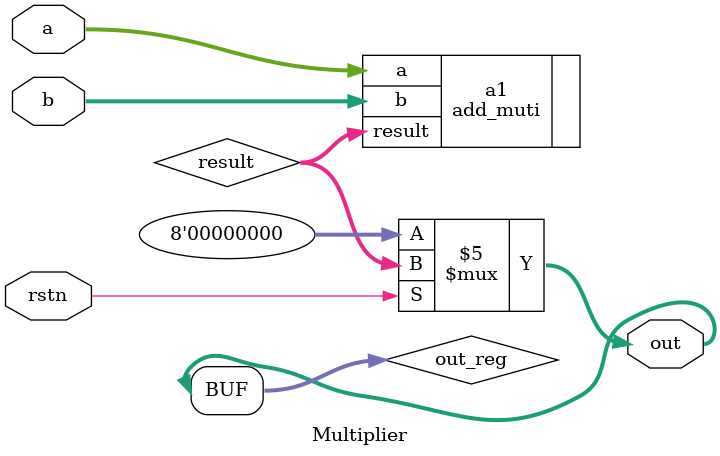
<source format=v>
`timescale 1ns / 1ps


module Multiplier(
a,b,out,rstn
    );
    input rstn;
    input wire[3:0] a;
    input wire[3:0] b;
    output wire[7:0] out;
    wire [7:0] result;
    reg[7:0] out_reg = 8'b0;
    always@(*)
    begin
        if(!rstn)
        out_reg = 0;
        else
        out_reg = result;
    end
    assign out = out_reg;
//add_muti am1(.a(a),.b(b),.result(result));
add_muti a1(.a(a),.b(b),.result(result));
endmodule

</source>
